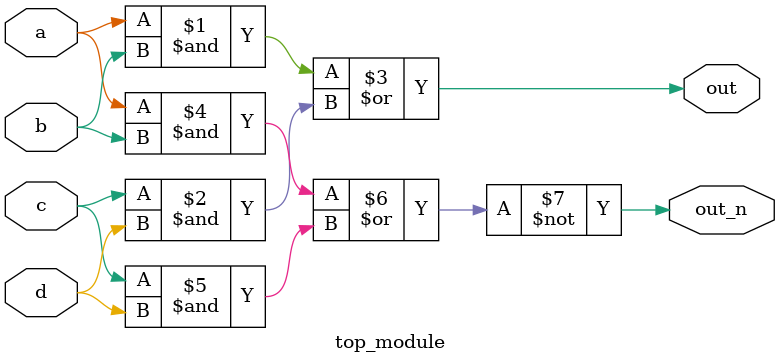
<source format=v>
`default_nettype none

module top_module(
    input a,
    input b,
    input c,
    input d,
    output out,
    output out_n   ); 
  
    assign out = a & b | c & d;
    assign out_n = ~( a & b | c & d);
  
endmodule

</source>
